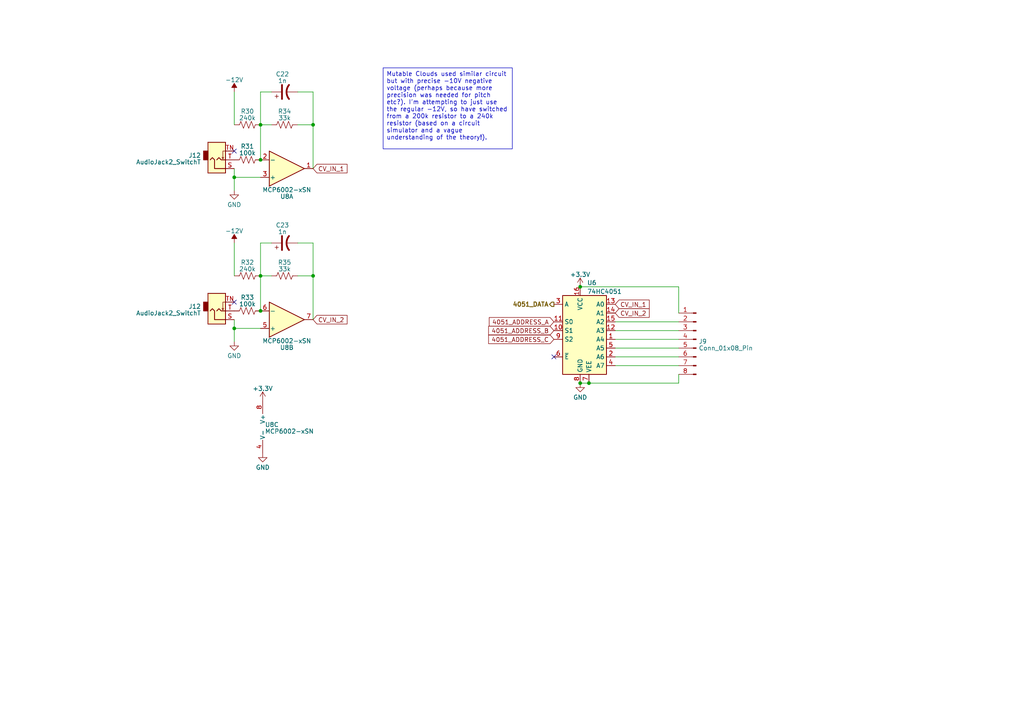
<source format=kicad_sch>
(kicad_sch (version 20230121) (generator eeschema)
  (paper "A4")
  (lib_symbols
    (symbol "74xx:74HC4051"
      (property "Reference" "U" (at -5.08 11.43 0))
      (property "Value" "74HC4051" (at -7.62 -13.97 0))
      (symbol "74HC4051_0_1"
        (rectangle (start -5.08 10.16) (end 7.62 -12.7) (stroke (width 0.254)) (fill (type background)))
      )
      (symbol "74HC4051_1_1"
        (pin passive line (at 10.16 -2.54 180) (length 2.54) (name "A4") (number "1"))
        (pin input line (at -7.62 0 0) (length 2.54) (name "S1") (number "10"))
        (pin input line (at -7.62 2.54 0) (length 2.54) (name "S0") (number "11"))
        (pin passive line (at 10.16 0 180) (length 2.54) (name "A3") (number "12"))
        (pin passive line (at 10.16 7.62 180) (length 2.54) (name "A0") (number "13"))
        (pin passive line (at 10.16 5.08 180) (length 2.54) (name "A1") (number "14"))
        (pin passive line (at 10.16 2.54 180) (length 2.54) (name "A2") (number "15"))
        (pin power_in line (at 0 12.7 270) (length 2.54) (name "VCC") (number "16"))
        (pin passive line (at 10.16 -7.62 180) (length 2.54) (name "A6") (number "2"))
        (pin passive line (at -7.62 7.62 0) (length 2.54) (name "A") (number "3"))
        (pin passive line (at 10.16 -10.16 180) (length 2.54) (name "A7") (number "4"))
        (pin passive line (at 10.16 -5.08 180) (length 2.54) (name "A5") (number "5"))
        (pin input line (at -7.62 -7.62 0) (length 2.54) (name "~{E}") (number "6"))
        (pin power_in line (at 2.54 -15.24 90) (length 2.54) (name "VEE") (number "7"))
        (pin power_in line (at 0 -15.24 90) (length 2.54) (name "GND") (number "8"))
        (pin input line (at -7.62 -2.54 0) (length 2.54) (name "S2") (number "9"))
      )
    )
    (symbol "Amplifier_Operational:MCP6002-xSN" (pin_names (offset 0.127))
      (property "Reference" "U" (at 0 5.08 0))
      (property "Value" "MCP6002-xSN" (at 0 -5.08 0))
      (symbol "MCP6002-xSN_1_1"
        (polyline (pts (xy -5.08 5.08) (xy 5.08 0) (xy -5.08 -5.08) (xy -5.08 5.08)) (stroke (width 0.254)) (fill (type background)))
        (pin output line (at 7.62 0 180) (length 2.54) (name "~") (number "1"))
        (pin input line (at -7.62 -2.54 0) (length 2.54) (name "-") (number "2"))
        (pin input line (at -7.62 2.54 0) (length 2.54) (name "+") (number "3"))
      )
      (symbol "MCP6002-xSN_2_1"
        (polyline (pts (xy -5.08 5.08) (xy 5.08 0) (xy -5.08 -5.08) (xy -5.08 5.08)) (stroke (width 0.254)) (fill (type background)))
        (pin input line (at -7.62 2.54 0) (length 2.54) (name "+") (number "5"))
        (pin input line (at -7.62 -2.54 0) (length 2.54) (name "-") (number "6"))
        (pin output line (at 7.62 0 180) (length 2.54) (name "~") (number "7"))
      )
      (symbol "MCP6002-xSN_3_1"
        (pin power_in line (at -2.54 -7.62 90) (length 3.81) (name "V-") (number "4"))
        (pin power_in line (at -2.54 7.62 270) (length 3.81) (name "V+") (number "8"))
      )
    )
    (symbol "Connector:Conn_01x08_Pin" (pin_names (offset 1.016) hide)
      (property "Reference" "J" (at 0 10.16 0))
      (property "Value" "Conn_01x08_Pin" (at 0 -12.7 0))
      (symbol "Conn_01x08_Pin_1_1"
        (polyline (pts (xy 1.27 -10.16) (xy 0.8636 -10.16)) (stroke (width 0.1524)))
        (polyline (pts (xy 1.27 -7.62) (xy 0.8636 -7.62)) (stroke (width 0.1524)))
        (polyline (pts (xy 1.27 -5.08) (xy 0.8636 -5.08)) (stroke (width 0.1524)))
        (polyline (pts (xy 1.27 -2.54) (xy 0.8636 -2.54)) (stroke (width 0.1524)))
        (polyline (pts (xy 1.27 0) (xy 0.8636 0)) (stroke (width 0.1524)))
        (polyline (pts (xy 1.27 2.54) (xy 0.8636 2.54)) (stroke (width 0.1524)))
        (polyline (pts (xy 1.27 5.08) (xy 0.8636 5.08)) (stroke (width 0.1524)))
        (polyline (pts (xy 1.27 7.62) (xy 0.8636 7.62)) (stroke (width 0.1524)))
        (rectangle (start 0.8636 -10.033) (end 0 -10.287) (stroke (width 0.1524)) (fill (type outline)))
        (rectangle (start 0.8636 -7.493) (end 0 -7.747) (stroke (width 0.1524)) (fill (type outline)))
        (rectangle (start 0.8636 -4.953) (end 0 -5.207) (stroke (width 0.1524)) (fill (type outline)))
        (rectangle (start 0.8636 -2.413) (end 0 -2.667) (stroke (width 0.1524)) (fill (type outline)))
        (rectangle (start 0.8636 0.127) (end 0 -0.127) (stroke (width 0.1524)) (fill (type outline)))
        (rectangle (start 0.8636 2.667) (end 0 2.413) (stroke (width 0.1524)) (fill (type outline)))
        (rectangle (start 0.8636 5.207) (end 0 4.953) (stroke (width 0.1524)) (fill (type outline)))
        (rectangle (start 0.8636 7.747) (end 0 7.493) (stroke (width 0.1524)) (fill (type outline)))
        (pin passive line (at 5.08 7.62 180) (length 3.81) (name "Pin_1") (number "1"))
        (pin passive line (at 5.08 5.08 180) (length 3.81) (name "Pin_2") (number "2"))
        (pin passive line (at 5.08 2.54 180) (length 3.81) (name "Pin_3") (number "3"))
        (pin passive line (at 5.08 0 180) (length 3.81) (name "Pin_4") (number "4"))
        (pin passive line (at 5.08 -2.54 180) (length 3.81) (name "Pin_5") (number "5"))
        (pin passive line (at 5.08 -5.08 180) (length 3.81) (name "Pin_6") (number "6"))
        (pin passive line (at 5.08 -7.62 180) (length 3.81) (name "Pin_7") (number "7"))
        (pin passive line (at 5.08 -10.16 180) (length 3.81) (name "Pin_8") (number "8"))
      )
    )
    (symbol "Connector_Audio:AudioJack2_SwitchT"
      (property "Reference" "J" (at 0 8.89 0))
      (property "Value" "AudioJack2_SwitchT" (at 0 6.35 0))
      (symbol "AudioJack2_SwitchT_0_1"
        (rectangle (start -2.54 0) (end -3.81 -2.54) (stroke (width 0.254)) (fill (type outline)))
        (polyline (pts (xy 1.778 -0.254) (xy 2.032 -0.762)))
        (polyline (pts (xy 0 0) (xy 0.635 -0.635) (xy 1.27 0) (xy 2.54 0)) (stroke (width 0.254)))
        (polyline (pts (xy 2.54 -2.54) (xy 1.778 -2.54) (xy 1.778 -0.254) (xy 1.524 -0.762)))
        (polyline (pts (xy 2.54 2.54) (xy -0.635 2.54) (xy -0.635 0) (xy -1.27 -0.635) (xy -1.905 0)) (stroke (width 0.254)))
        (rectangle (start 2.54 3.81) (end -2.54 -5.08) (stroke (width 0.254)) (fill (type background)))
      )
      (symbol "AudioJack2_SwitchT_1_1"
        (pin passive line (at 5.08 2.54 180) (length 2.54) (name "~") (number "S"))
        (pin passive line (at 5.08 0 180) (length 2.54) (name "~") (number "T"))
        (pin passive line (at 5.08 -2.54 180) (length 2.54) (name "~") (number "TN"))
      )
    )
    (symbol "Device:C_Polarized_US" (pin_numbers hide) (pin_names (offset 0.254) hide)
      (property "Reference" "C" (at 0.635 2.54 0))
      (property "Value" "C_Polarized_US" (at 0.635 -2.54 0))
      (symbol "C_Polarized_US_0_1"
        (polyline (pts (xy -2.032 0.762) (xy 2.032 0.762)) (stroke (width 0.508)))
        (polyline (pts (xy -1.778 2.286) (xy -0.762 2.286)))
        (polyline (pts (xy -1.27 1.778) (xy -1.27 2.794)))
        (arc (start 2.032 -1.27) (mid 0 -0.5572) (end -2.032 -1.27) (stroke (width 0.508)))
      )
      (symbol "C_Polarized_US_1_1"
        (pin passive line (at 0 3.81 270) (length 2.794) (name "~") (number "1"))
        (pin passive line (at 0 -3.81 90) (length 3.302) (name "~") (number "2"))
      )
    )
    (symbol "Device:R_US" (pin_numbers hide) (pin_names (offset 0))
      (property "Reference" "R" (at 2.54 0 90))
      (property "Value" "R_US" (at -2.54 0 90))
      (symbol "R_US_0_1"
        (polyline (pts (xy 0 -2.286) (xy 0 -2.54)))
        (polyline (pts (xy 0 2.286) (xy 0 2.54)))
        (polyline (pts (xy 0 -0.762) (xy 1.016 -1.143) (xy 0 -1.524) (xy -1.016 -1.905) (xy 0 -2.286)))
        (polyline (pts (xy 0 0.762) (xy 1.016 0.381) (xy 0 0) (xy -1.016 -0.381) (xy 0 -0.762)))
        (polyline (pts (xy 0 2.286) (xy 1.016 1.905) (xy 0 1.524) (xy -1.016 1.143) (xy 0 0.762)))
      )
      (symbol "R_US_1_1"
        (pin passive line (at 0 3.81 270) (length 1.27) (name "~") (number "1"))
        (pin passive line (at 0 -3.81 90) (length 1.27) (name "~") (number "2"))
      )
    )
    (symbol "power:+3.3V" (power) (pin_names (offset 0))
      (property "Value" "+3.3V" (at 0 3.556 0))
      (symbol "+3.3V_0_1"
        (polyline (pts (xy -0.762 1.27) (xy 0 2.54)))
        (polyline (pts (xy 0 0) (xy 0 2.54)))
        (polyline (pts (xy 0 2.54) (xy 0.762 1.27)))
      )
      (symbol "+3.3V_1_1"
        (pin power_in line (at 0 0 90) (length 0) hide (name "+3.3V") (number "1"))
      )
    )
    (symbol "power:-12V" (power) (pin_names (offset 0))
      (property "Value" "-12V" (at 0 3.81 0))
      (symbol "-12V_0_0"
        (pin power_in line (at 0 0 90) (length 0) hide (name "-12V") (number "1"))
      )
      (symbol "-12V_0_1"
        (polyline (pts (xy 0 0) (xy 0 1.27) (xy 0.762 1.27) (xy 0 2.54) (xy -0.762 1.27) (xy 0 1.27)) (fill (type outline)))
      )
    )
    (symbol "power:GND" (power) (pin_names (offset 0))
      (property "Value" "GND" (at 0 -3.81 0))
      (symbol "GND_0_1"
        (polyline (pts (xy 0 0) (xy 0 -1.27) (xy 1.27 -1.27) (xy 0 -2.54) (xy -1.27 -1.27) (xy 0 -1.27)))
      )
      (symbol "GND_1_1"
        (pin power_in line (at 0 0 270) (length 0) hide (name "GND") (number "1"))
      )
    )
  )
  (junction (at 75.565 90.17))
  (junction (at 67.945 95.25))
  (junction (at 75.565 36.195))
  (junction (at 75.565 46.355))
  (junction (at 90.805 36.195))
  (junction (at 90.805 80.01))
  (junction (at 75.565 80.01))
  (junction (at 67.945 51.435))
  (junction (at 168.275 83.185))
  (junction (at 168.275 111.125))
  (junction (at 170.815 111.125))
  (no_connect (at 67.945 43.815))
  (no_connect (at 160.655 103.505))
  (no_connect (at 67.945 87.63))
  (wire (pts (xy 67.945 95.25) (xy 67.945 99.06)))
  (wire (pts (xy 178.435 95.885) (xy 196.85 95.885)))
  (wire (pts (xy 170.815 111.125) (xy 196.85 111.125)))
  (wire (pts (xy 90.805 80.01) (xy 90.805 92.71)))
  (wire (pts (xy 78.74 70.485) (xy 75.565 70.485)))
  (wire (pts (xy 78.74 80.01) (xy 75.565 80.01)))
  (wire (pts (xy 75.565 80.01) (xy 75.565 90.17)))
  (wire (pts (xy 178.435 98.425) (xy 196.85 98.425)))
  (wire (pts (xy 196.85 111.125) (xy 196.85 108.585)))
  (wire (pts (xy 178.435 100.965) (xy 196.85 100.965)))
  (wire (pts (xy 168.275 83.185) (xy 196.85 83.185)))
  (wire (pts (xy 90.805 26.67) (xy 90.805 36.195)))
  (wire (pts (xy 67.945 70.485) (xy 67.945 80.01)))
  (wire (pts (xy 86.36 36.195) (xy 90.805 36.195)))
  (wire (pts (xy 75.565 36.195) (xy 75.565 46.355)))
  (wire (pts (xy 78.74 26.67) (xy 75.565 26.67)))
  (wire (pts (xy 75.565 26.67) (xy 75.565 36.195)))
  (wire (pts (xy 75.565 70.485) (xy 75.565 80.01)))
  (wire (pts (xy 67.945 95.25) (xy 75.565 95.25)))
  (wire (pts (xy 178.435 106.045) (xy 196.85 106.045)))
  (wire (pts (xy 67.945 26.67) (xy 67.945 36.195)))
  (wire (pts (xy 86.36 26.67) (xy 90.805 26.67)))
  (wire (pts (xy 178.435 103.505) (xy 196.85 103.505)))
  (wire (pts (xy 168.275 111.125) (xy 170.815 111.125)))
  (wire (pts (xy 86.36 70.485) (xy 90.805 70.485)))
  (wire (pts (xy 67.945 48.895) (xy 67.945 51.435)))
  (wire (pts (xy 67.945 51.435) (xy 75.565 51.435)))
  (wire (pts (xy 196.85 83.185) (xy 196.85 90.805)))
  (wire (pts (xy 90.805 70.485) (xy 90.805 80.01)))
  (wire (pts (xy 78.74 36.195) (xy 75.565 36.195)))
  (wire (pts (xy 67.945 51.435) (xy 67.945 55.245)))
  (wire (pts (xy 90.805 36.195) (xy 90.805 48.895)))
  (wire (pts (xy 86.36 80.01) (xy 90.805 80.01)))
  (wire (pts (xy 67.945 92.71) (xy 67.945 95.25)))
  (wire (pts (xy 178.435 93.345) (xy 196.85 93.345)))
  (text_box "Mutable Clouds used similar circuit but with precise -10V negative voltage (perhaps because more precision was needed for pitch etc?). I'm attempting to just use the regular -12V, so have switched from a 200k resistor to a 240k resistor (based on a circuit simulator and a vague understanding of the theory!)." (at 111.125 19.685 0) (size 37.465 23.495) (effects (font (size 1.27 1.27)) (justify left top)))
  (global_label "CV_IN_2" (shape input) (at 178.435 90.805 0) (property "Intersheetrefs" "${INTERSHEET_REFS}" (effects hide)))
  (global_label "CV_IN_1" (shape input) (at 178.435 88.265 0) (property "Intersheetrefs" "${INTERSHEET_REFS}" (effects hide)))
  (global_label "4051_ADDRESS_B" (shape input) (at 160.655 95.885 180) (property "Intersheetrefs" "${INTERSHEET_REFS}" (effects hide)))
  (global_label "CV_IN_1" (shape input) (at 90.805 48.895 0) (property "Intersheetrefs" "${INTERSHEET_REFS}" (effects hide)))
  (global_label "CV_IN_2" (shape input) (at 90.805 92.71 0) (property "Intersheetrefs" "${INTERSHEET_REFS}" (effects hide)))
  (global_label "4051_ADDRESS_A" (shape input) (at 160.655 93.345 180) (property "Intersheetrefs" "${INTERSHEET_REFS}" (effects hide)))
  (global_label "4051_ADDRESS_C" (shape input) (at 160.655 98.425 180) (property "Intersheetrefs" "${INTERSHEET_REFS}" (effects hide)))
  (hierarchical_label "4051_DATA" (shape output) (at 160.655 88.265 180) (effects (font bold)))
  (symbol (lib_id "power:GND") (at 76.2 131.445 0) (unit 1)
    (property "Reference" "#PWR042" (effects hide))
    (property "Value" "GND" (at 76.2 135.5805 0))
  )
  (symbol (lib_id "Device:R_US") (at 71.755 80.01 90) (unit 1)
    (property "Reference" "R32" (at 71.755 76.1111 90))
    (property "Value" "240k" (at 71.755 78.0321 90))
  )
  (symbol (lib_id "power:-12V") (at 67.945 70.485 0) (unit 1)
    (property "Reference" "#PWR039" (effects hide))
    (property "Value" "-12V" (at 67.945 66.9831 0))
  )
  (symbol (lib_id "Device:C_Polarized_US") (at 82.55 26.67 90) (unit 1)
    (property "Reference" "C22" (at 81.915 21.5011 90))
    (property "Value" "1n" (at 81.915 23.4221 90))
  )
  (symbol (lib_id "Device:C_Polarized_US") (at 82.55 70.485 90) (unit 1)
    (property "Reference" "C23" (at 81.915 65.3161 90))
    (property "Value" "1n" (at 81.915 67.2371 90))
  )
  (symbol (lib_id "Amplifier_Operational:MCP6002-xSN") (at 83.185 48.895 0) (mirror x) (unit 1)
    (property "Reference" "U8" (at 83.185 56.9849 0))
    (property "Value" "MCP6002-xSN" (at 83.185 55.0639 0))
    (property "Datasheet" "http://ww1.microchip.com/downloads/en/DeviceDoc/21733j.pdf" (effects hide))
  )
  (symbol (lib_id "Device:R_US") (at 82.55 80.01 90) (unit 1)
    (property "Reference" "R35" (at 82.55 76.1111 90))
    (property "Value" "33k" (at 82.55 78.0321 90))
  )
  (symbol (lib_id "power:+3.3V") (at 76.2 116.205 0) (unit 1)
    (property "Reference" "#PWR041" (effects hide))
    (property "Value" "+3.3V" (at 76.2 112.7031 0))
  )
  (symbol (lib_id "power:GND") (at 67.945 99.06 0) (unit 1)
    (property "Reference" "#PWR040" (effects hide))
    (property "Value" "GND" (at 67.945 103.1955 0))
  )
  (symbol (lib_id "power:GND") (at 168.275 111.125 0) (unit 1)
    (property "Reference" "#PWR029" (effects hide))
    (property "Value" "GND" (at 168.275 115.2605 0))
    (instances (project "dk2_00" (path "" (reference "#PWR029") (unit 1)) (path "" (reference "#PWR044") (unit 1))))
  )
  (symbol (lib_id "Amplifier_Operational:MCP6002-xSN") (at 83.185 92.71 0) (mirror x) (unit 2)
    (property "Reference" "U8" (at 83.185 100.7999 0))
    (property "Value" "MCP6002-xSN" (at 83.185 98.8789 0))
    (property "Datasheet" "http://ww1.microchip.com/downloads/en/DeviceDoc/21733j.pdf" (effects hide))
  )
  (symbol (lib_id "Device:R_US") (at 71.755 36.195 90) (unit 1)
    (property "Reference" "R30" (at 71.755 32.2961 90))
    (property "Value" "240k" (at 71.755 34.2171 90))
  )
  (symbol (lib_id "Amplifier_Operational:MCP6002-xSN") (at 78.74 123.825 0) (unit 3)
    (property "Reference" "U8" (at 76.835 123.1813 0) (effects (justify left)))
    (property "Value" "MCP6002-xSN" (at 76.835 125.1023 0) (effects (justify left)))
    (property "Datasheet" "http://ww1.microchip.com/downloads/en/DeviceDoc/21733j.pdf" (effects hide))
  )
  (symbol (lib_id "power:GND") (at 67.945 55.245 0) (unit 1)
    (property "Reference" "#PWR038" (effects hide))
    (property "Value" "GND" (at 67.945 59.3805 0))
  )
  (symbol (lib_id "Connector_Audio:AudioJack2_SwitchT") (at 62.865 90.17 0) (mirror x) (unit 1)
    (property "Reference" "J12" (at 58.293 88.8913 0) (effects (justify right)))
    (property "Value" "AudioJack2_SwitchT" (at 58.293 90.8123 0) (effects (justify right)))
    (property "Footprint" "AudioJacks:Jack_3.5mm_QingPu_WQP-PJ398SM_Vertical" (effects hide))
    (instances (project "dk2_00" (path "" (reference "J12") (unit 1)) (path "" (reference "J20") (unit 1)) (path "" (reference "J8") (unit 1))))
  )
  (symbol (lib_id "Connector:Conn_01x08_Pin") (at 201.93 98.425 0) (mirror y) (unit 1)
    (property "Reference" "J9" (at 202.6412 99.0513 0) (effects (justify right)))
    (property "Value" "Conn_01x08_Pin" (at 202.6412 100.9723 0) (effects (justify right)))
  )
  (symbol (lib_id "power:-12V") (at 67.945 26.67 0) (unit 1)
    (property "Reference" "#PWR037" (effects hide))
    (property "Value" "-12V" (at 67.945 23.1681 0))
  )
  (symbol (lib_id "power:+3.3V") (at 168.275 83.185 0) (unit 1)
    (property "Reference" "#PWR028" (effects hide))
    (property "Value" "+3.3V" (at 168.275 79.629 0))
    (instances (project "dk2_00" (path "" (reference "#PWR028") (unit 1)) (path "" (reference "#PWR043") (unit 1))))
  )
  (symbol (lib_id "Device:R_US") (at 71.755 46.355 90) (unit 1)
    (property "Reference" "R31" (at 71.755 42.4561 90))
    (property "Value" "100k" (at 71.755 44.3771 90))
  )
  (symbol (lib_id "Connector_Audio:AudioJack2_SwitchT") (at 62.865 46.355 0) (mirror x) (unit 1)
    (property "Reference" "J12" (at 58.293 45.0763 0) (effects (justify right)))
    (property "Value" "AudioJack2_SwitchT" (at 58.293 46.9973 0) (effects (justify right)))
    (property "Footprint" "AudioJacks:Jack_3.5mm_QingPu_WQP-PJ398SM_Vertical" (effects hide))
    (instances (project "dk2_00" (path "" (reference "J12") (unit 1)) (path "" (reference "J20") (unit 1)) (path "" (reference "J7") (unit 1))))
  )
  (symbol (lib_id "Device:R_US") (at 71.755 90.17 90) (unit 1)
    (property "Reference" "R33" (at 71.755 86.2711 90))
    (property "Value" "100k" (at 71.755 88.1921 90))
  )
  (symbol (lib_id "Device:R_US") (at 82.55 36.195 90) (unit 1)
    (property "Reference" "R34" (at 82.55 32.2961 90))
    (property "Value" "33k" (at 82.55 34.2171 90))
  )
  (symbol (lib_id "74xx:74HC4051") (at 168.275 95.885 0) (unit 1)
    (property "Reference" "U6" (at 170.2944 82.0252 0) (effects (justify left)))
    (property "Value" "74HC4051" (at 170.2944 84.5621 0) (effects (justify left)))
    (property "Footprint" "Package_SO:SOIC-16_3.9x9.9mm_P1.27mm" (effects hide))
    (property "Datasheet" "http://www.ti.com/lit/ds/symlink/cd74hc4051.pdf" (effects hide))
    (instances (project "dk2_00" (path "" (reference "U6") (unit 1)) (path "" (reference "U9") (unit 1))))
  )
)
</source>
